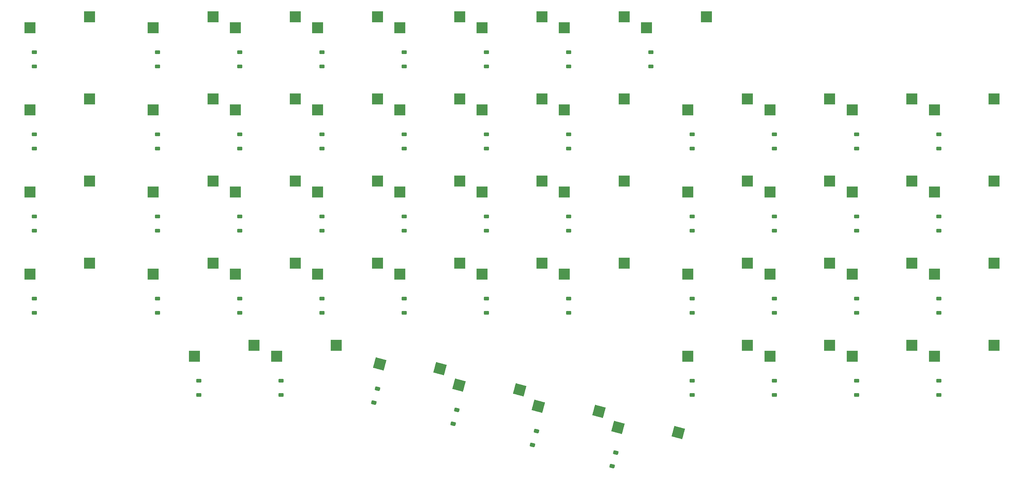
<source format=gbr>
%TF.GenerationSoftware,KiCad,Pcbnew,7.0.1*%
%TF.CreationDate,2023-09-01T15:37:28-04:00*%
%TF.ProjectId,macropad,6d616372-6f70-4616-942e-6b696361645f,rev?*%
%TF.SameCoordinates,Original*%
%TF.FileFunction,Paste,Bot*%
%TF.FilePolarity,Positive*%
%FSLAX46Y46*%
G04 Gerber Fmt 4.6, Leading zero omitted, Abs format (unit mm)*
G04 Created by KiCad (PCBNEW 7.0.1) date 2023-09-01 15:37:28*
%MOMM*%
%LPD*%
G01*
G04 APERTURE LIST*
G04 Aperture macros list*
%AMRoundRect*
0 Rectangle with rounded corners*
0 $1 Rounding radius*
0 $2 $3 $4 $5 $6 $7 $8 $9 X,Y pos of 4 corners*
0 Add a 4 corners polygon primitive as box body*
4,1,4,$2,$3,$4,$5,$6,$7,$8,$9,$2,$3,0*
0 Add four circle primitives for the rounded corners*
1,1,$1+$1,$2,$3*
1,1,$1+$1,$4,$5*
1,1,$1+$1,$6,$7*
1,1,$1+$1,$8,$9*
0 Add four rect primitives between the rounded corners*
20,1,$1+$1,$2,$3,$4,$5,0*
20,1,$1+$1,$4,$5,$6,$7,0*
20,1,$1+$1,$6,$7,$8,$9,0*
20,1,$1+$1,$8,$9,$2,$3,0*%
%AMRotRect*
0 Rectangle, with rotation*
0 The origin of the aperture is its center*
0 $1 length*
0 $2 width*
0 $3 Rotation angle, in degrees counterclockwise*
0 Add horizontal line*
21,1,$1,$2,0,0,$3*%
G04 Aperture macros list end*
%ADD10R,2.550000X2.500000*%
%ADD11RotRect,2.550000X2.500000X345.000000*%
%ADD12RoundRect,0.225000X0.375000X-0.225000X0.375000X0.225000X-0.375000X0.225000X-0.375000X-0.225000X0*%
%ADD13RoundRect,0.225000X0.303988X-0.314390X0.420456X0.120276X-0.303988X0.314390X-0.420456X-0.120276X0*%
G04 APERTURE END LIST*
D10*
%TO.C,SW51*%
X255127500Y-105645000D03*
X241277500Y-108185000D03*
%TD*%
%TO.C,SW50*%
X236077500Y-105645000D03*
X222227500Y-108185000D03*
%TD*%
%TO.C,SW49*%
X217027500Y-105645000D03*
X203177500Y-108185000D03*
%TD*%
%TO.C,SW48*%
X197977500Y-105645000D03*
X184127500Y-108185000D03*
%TD*%
D11*
%TO.C,SW47*%
X181974323Y-125898477D03*
X167938850Y-124767284D03*
%TD*%
%TO.C,SW46*%
X163573436Y-120967974D03*
X149537963Y-119836781D03*
%TD*%
%TO.C,SW45*%
X145172549Y-116037471D03*
X131137076Y-114906278D03*
%TD*%
%TO.C,SW44*%
X126771662Y-111106969D03*
X112736189Y-109975776D03*
%TD*%
D10*
%TO.C,SW43*%
X102727500Y-105645000D03*
X88877500Y-108185000D03*
%TD*%
%TO.C,SW42*%
X83677500Y-105645000D03*
X69827500Y-108185000D03*
%TD*%
%TO.C,SW41*%
X255127500Y-86595000D03*
X241277500Y-89135000D03*
%TD*%
%TO.C,SW40*%
X236077500Y-86595000D03*
X222227500Y-89135000D03*
%TD*%
%TO.C,SW39*%
X217027500Y-86595000D03*
X203177500Y-89135000D03*
%TD*%
%TO.C,SW38*%
X197977500Y-86595000D03*
X184127500Y-89135000D03*
%TD*%
%TO.C,SW37*%
X169402500Y-86595000D03*
X155552500Y-89135000D03*
%TD*%
%TO.C,SW36*%
X150352500Y-86595000D03*
X136502500Y-89135000D03*
%TD*%
%TO.C,SW35*%
X131302500Y-86595000D03*
X117452500Y-89135000D03*
%TD*%
%TO.C,SW34*%
X112252500Y-86595000D03*
X98402500Y-89135000D03*
%TD*%
%TO.C,SW33*%
X93202500Y-86595000D03*
X79352500Y-89135000D03*
%TD*%
%TO.C,SW32*%
X74152500Y-86595000D03*
X60302500Y-89135000D03*
%TD*%
%TO.C,SW31*%
X45577500Y-86595000D03*
X31727500Y-89135000D03*
%TD*%
%TO.C,SW30*%
X255127500Y-67545000D03*
X241277500Y-70085000D03*
%TD*%
%TO.C,SW29*%
X236077500Y-67545000D03*
X222227500Y-70085000D03*
%TD*%
%TO.C,SW28*%
X217027500Y-67545000D03*
X203177500Y-70085000D03*
%TD*%
%TO.C,SW27*%
X197977500Y-67545000D03*
X184127500Y-70085000D03*
%TD*%
%TO.C,SW26*%
X169402500Y-67545000D03*
X155552500Y-70085000D03*
%TD*%
%TO.C,SW25*%
X150352500Y-67545000D03*
X136502500Y-70085000D03*
%TD*%
%TO.C,SW24*%
X131302500Y-67545000D03*
X117452500Y-70085000D03*
%TD*%
%TO.C,SW23*%
X112252500Y-67545000D03*
X98402500Y-70085000D03*
%TD*%
%TO.C,SW22*%
X93202500Y-67545000D03*
X79352500Y-70085000D03*
%TD*%
%TO.C,SW21*%
X74152500Y-67545000D03*
X60302500Y-70085000D03*
%TD*%
%TO.C,SW20*%
X45577500Y-67545000D03*
X31727500Y-70085000D03*
%TD*%
%TO.C,SW19*%
X255127500Y-48495000D03*
X241277500Y-51035000D03*
%TD*%
%TO.C,SW18*%
X236077500Y-48495000D03*
X222227500Y-51035000D03*
%TD*%
%TO.C,SW17*%
X217027500Y-48495000D03*
X203177500Y-51035000D03*
%TD*%
%TO.C,SW16*%
X197977500Y-48495000D03*
X184127500Y-51035000D03*
%TD*%
%TO.C,SW15*%
X169402500Y-48495000D03*
X155552500Y-51035000D03*
%TD*%
%TO.C,SW14*%
X150352500Y-48495000D03*
X136502500Y-51035000D03*
%TD*%
%TO.C,SW13*%
X131302500Y-48495000D03*
X117452500Y-51035000D03*
%TD*%
%TO.C,SW12*%
X112252500Y-48495000D03*
X98402500Y-51035000D03*
%TD*%
%TO.C,SW11*%
X93202500Y-48495000D03*
X79352500Y-51035000D03*
%TD*%
%TO.C,SW10*%
X74152500Y-48495000D03*
X60302500Y-51035000D03*
%TD*%
%TO.C,SW9*%
X45577500Y-48495000D03*
X31727500Y-51035000D03*
%TD*%
%TO.C,SW8*%
X188452500Y-29445000D03*
X174602500Y-31985000D03*
%TD*%
%TO.C,SW7*%
X169402500Y-29445000D03*
X155552500Y-31985000D03*
%TD*%
%TO.C,SW6*%
X150352500Y-29445000D03*
X136502500Y-31985000D03*
%TD*%
%TO.C,SW5*%
X131302500Y-29445000D03*
X117452500Y-31985000D03*
%TD*%
%TO.C,SW4*%
X112252500Y-29445000D03*
X98402500Y-31985000D03*
%TD*%
%TO.C,SW3*%
X93202500Y-29445000D03*
X79352500Y-31985000D03*
%TD*%
%TO.C,SW2*%
X74152500Y-29445000D03*
X60302500Y-31985000D03*
%TD*%
%TO.C,SW1*%
X45577500Y-29445000D03*
X31727500Y-31985000D03*
%TD*%
D12*
%TO.C,D31*%
X32757500Y-98142500D03*
X32757500Y-94842500D03*
%TD*%
%TO.C,D32*%
X61332500Y-98142500D03*
X61332500Y-94842500D03*
%TD*%
%TO.C,D19*%
X242307500Y-60042500D03*
X242307500Y-56742500D03*
%TD*%
%TO.C,D10*%
X61332500Y-60042500D03*
X61332500Y-56742500D03*
%TD*%
%TO.C,D35*%
X118482500Y-98142500D03*
X118482500Y-94842500D03*
%TD*%
%TO.C,D28*%
X204207500Y-79092500D03*
X204207500Y-75792500D03*
%TD*%
D13*
%TO.C,D45*%
X129800667Y-123873440D03*
X130654769Y-120685884D03*
%TD*%
D12*
%TO.C,D14*%
X137532500Y-60042500D03*
X137532500Y-56742500D03*
%TD*%
%TO.C,D21*%
X61332500Y-79092500D03*
X61332500Y-75792500D03*
%TD*%
%TO.C,D38*%
X185157500Y-98142500D03*
X185157500Y-94842500D03*
%TD*%
%TO.C,D49*%
X204207500Y-117192500D03*
X204207500Y-113892500D03*
%TD*%
%TO.C,D43*%
X89907500Y-117192500D03*
X89907500Y-113892500D03*
%TD*%
%TO.C,D23*%
X99432500Y-79092500D03*
X99432500Y-75792500D03*
%TD*%
%TO.C,D7*%
X156582500Y-40992500D03*
X156582500Y-37692500D03*
%TD*%
%TO.C,D17*%
X204207500Y-60042500D03*
X204207500Y-56742500D03*
%TD*%
%TO.C,D4*%
X99432500Y-40992500D03*
X99432500Y-37692500D03*
%TD*%
%TO.C,D25*%
X137532500Y-79092500D03*
X137532500Y-75792500D03*
%TD*%
%TO.C,D24*%
X118482500Y-79092500D03*
X118482500Y-75792500D03*
%TD*%
%TO.C,D34*%
X99432500Y-98142500D03*
X99432500Y-94842500D03*
%TD*%
%TO.C,D2*%
X61332500Y-40992500D03*
X61332500Y-37692500D03*
%TD*%
%TO.C,D27*%
X185157500Y-79092500D03*
X185157500Y-75792500D03*
%TD*%
D13*
%TO.C,D44*%
X111399780Y-118942937D03*
X112253882Y-115755381D03*
%TD*%
D12*
%TO.C,D26*%
X156582500Y-79092500D03*
X156582500Y-75792500D03*
%TD*%
%TO.C,D15*%
X156582500Y-60042500D03*
X156582500Y-56742500D03*
%TD*%
%TO.C,D5*%
X118482500Y-40992500D03*
X118482500Y-37692500D03*
%TD*%
%TO.C,D42*%
X70857500Y-117192500D03*
X70857500Y-113892500D03*
%TD*%
%TO.C,D41*%
X242307500Y-98142500D03*
X242307500Y-94842500D03*
%TD*%
%TO.C,D16*%
X185157500Y-60042500D03*
X185157500Y-56742500D03*
%TD*%
%TO.C,D13*%
X118482500Y-60042500D03*
X118482500Y-56742500D03*
%TD*%
D13*
%TO.C,D46*%
X148201554Y-128803942D03*
X149055656Y-125616386D03*
%TD*%
D12*
%TO.C,D18*%
X223257500Y-60042500D03*
X223257500Y-56742500D03*
%TD*%
%TO.C,D40*%
X223257500Y-98142500D03*
X223257500Y-94842500D03*
%TD*%
%TO.C,D12*%
X99432500Y-60042500D03*
X99432500Y-56742500D03*
%TD*%
%TO.C,D11*%
X80382500Y-60042500D03*
X80382500Y-56742500D03*
%TD*%
%TO.C,D8*%
X175632500Y-40992500D03*
X175632500Y-37692500D03*
%TD*%
%TO.C,D29*%
X223257500Y-79092500D03*
X223257500Y-75792500D03*
%TD*%
%TO.C,D6*%
X137532500Y-40992500D03*
X137532500Y-37692500D03*
%TD*%
%TO.C,D51*%
X242307500Y-117192500D03*
X242307500Y-113892500D03*
%TD*%
%TO.C,D3*%
X80382500Y-40992500D03*
X80382500Y-37692500D03*
%TD*%
%TO.C,D9*%
X32757500Y-60042500D03*
X32757500Y-56742500D03*
%TD*%
%TO.C,D37*%
X156582500Y-98142500D03*
X156582500Y-94842500D03*
%TD*%
%TO.C,D50*%
X223257500Y-117192500D03*
X223257500Y-113892500D03*
%TD*%
D13*
%TO.C,D47*%
X166602441Y-133734445D03*
X167456543Y-130546889D03*
%TD*%
D12*
%TO.C,D30*%
X242307500Y-79092500D03*
X242307500Y-75792500D03*
%TD*%
%TO.C,D20*%
X32757500Y-79092500D03*
X32757500Y-75792500D03*
%TD*%
%TO.C,D48*%
X185157500Y-117192500D03*
X185157500Y-113892500D03*
%TD*%
%TO.C,D36*%
X137532500Y-98142500D03*
X137532500Y-94842500D03*
%TD*%
%TO.C,D22*%
X80382500Y-79092500D03*
X80382500Y-75792500D03*
%TD*%
%TO.C,D1*%
X32757500Y-40992500D03*
X32757500Y-37692500D03*
%TD*%
%TO.C,D39*%
X204207500Y-98142500D03*
X204207500Y-94842500D03*
%TD*%
%TO.C,D33*%
X80382500Y-98142500D03*
X80382500Y-94842500D03*
%TD*%
M02*

</source>
